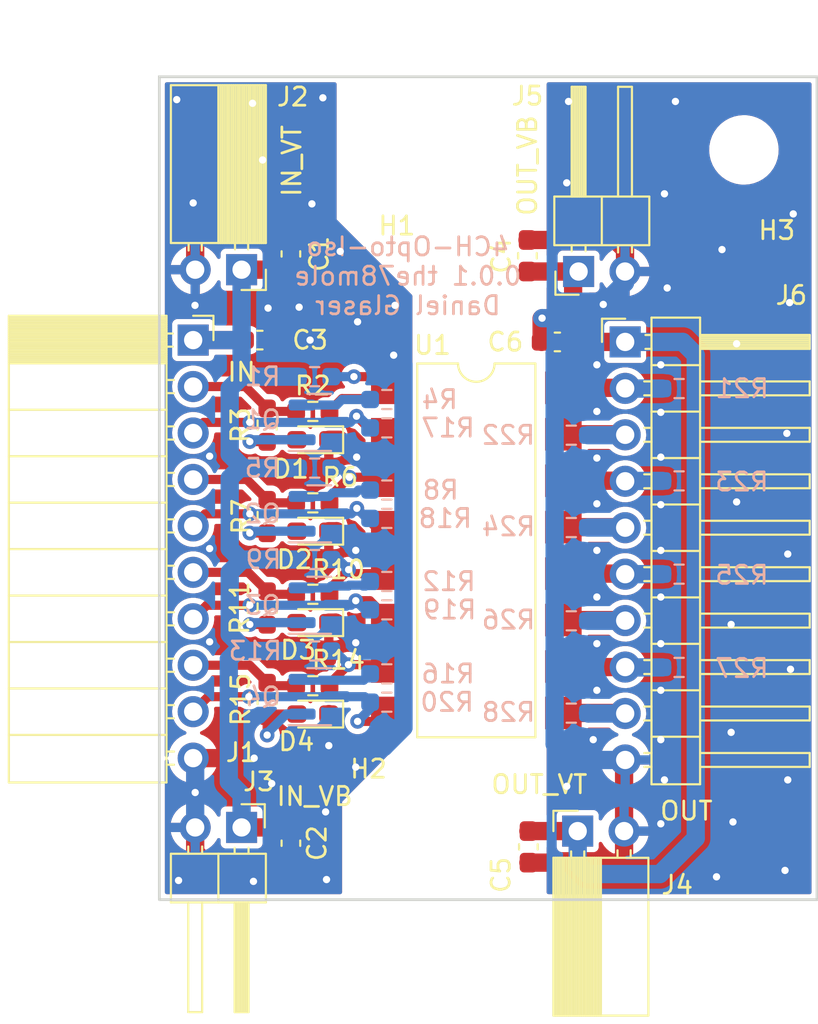
<source format=kicad_pcb>
(kicad_pcb (version 20241229) (generator "pcbnew") (generator_version "9.0")
  (title_block (title "4CH-Opto-Iso") (date "2023-09-26") (rev "0.0.1") (company "the78mole") (comment 1 "Daniel Glaser") (comment 4 "AISLER Project ID: MLWPQOOB"))
  (layers (0 "F.Cu" signal) (2 "B.Cu" signal) (13 "F.Paste" user) (15 "B.Paste" user) (5 "F.SilkS" user "F.Silkscreen") (7 "B.SilkS" user "B.Silkscreen") (1 "F.Mask" user) (3 "B.Mask" user) (25 "Edge.Cuts" user))
  (net 0 "")
  (net 1 "+VSW")
  (net 2 "GND1")
  (net 3 "+VDC")
  (net 4 "GND")
  (net 5 "Net-(D1-Pad2)")
  (net 6 "Net-(D2-Pad2)")
  (net 7 "Net-(D3-Pad2)")
  (net 8 "Net-(D4-Pad2)")
  (net 9 "Net-(J1-Pad2)")
  (net 10 "Net-(J1-Pad3)")
  (net 11 "Net-(J1-Pad4)")
  (net 12 "Net-(J1-Pad5)")
  (net 13 "Net-(J1-Pad6)")
  (net 14 "Net-(J1-Pad7)")
  (net 15 "Net-(J1-Pad8)")
  (net 16 "Net-(J1-Pad9)")
  (net 17 "Net-(J6-Pad2)")
  (net 18 "Net-(J6-Pad3)")
  (net 19 "Net-(J6-Pad4)")
  (net 20 "Net-(J6-Pad5)")
  (net 21 "Net-(J6-Pad6)")
  (net 22 "Net-(J6-Pad7)")
  (net 23 "Net-(J6-Pad8)")
  (net 24 "Net-(J6-Pad9)")
  (net 25 "Net-(Q1-Pad2)")
  (net 26 "Net-(Q2-Pad2)")
  (net 27 "Net-(Q3-Pad2)")
  (net 28 "Net-(Q4-Pad2)")
  (net 29 "Net-(R1-Pad2)")
  (net 30 "Net-(R5-Pad2)")
  (net 31 "Net-(R10-Pad2)")
  (net 32 "Net-(R13-Pad2)")
  (footprint "Capacitor_SMD:C_0603_1608Metric_Pad1.08x0.95mm_HandSolder" (layer "F.Cu") (at 121.7875 64.5 180)
    (property "Reference" "C6")
    (property "Value" "100n")
  )
  (footprint "MountingHole:MountingHole_3.2mm_M3_DIN965" (layer "F.Cu") (at 132 54)
    (property "Reference" "H3")
    (property "Value" "MountingHole")
  )
  (footprint "LED_SMD:LED_0603_1608Metric_Pad1.05x0.95mm_HandSolder" (layer "F.Cu") (at 108.4 84.85 180)
    (property "Reference" "D4")
    (property "Value" "RED")
  )
  (footprint "Connector_PinHeader_2.54mm:PinHeader_1x02_P2.54mm_Horizontal" (layer "F.Cu") (at 122.95 60.65 90)
    (property "Reference" "J5")
    (property "Value" "OUT_VB")
  )
  (footprint "MountingHole:MountingHole_3.2mm_M3_DIN965" (layer "F.Cu") (at 115 91)
    (property "Reference" "H2")
    (property "Value" "MountingHole")
  )
  (footprint "Package_DIP:SMDIP-16_W9.53mm" (layer "F.Cu") (at 117.35 75.9)
    (property "Reference" "U1")
    (property "Value" "LTV-847S")
  )
  (footprint "Connector_PinHeader_2.54mm:PinHeader_1x10_P2.54mm_Horizontal" (layer "F.Cu") (at 125.5 64.5)
    (property "Reference" "J6")
    (property "Value" "OUT")
  )
  (footprint "Resistor_SMD:R_0603_1608Metric_Pad0.98x0.95mm_HandSolder" (layer "F.Cu") (at 105.9 84.05 -90)
    (property "Reference" "R15")
    (property "Value" "10K")
  )
  (footprint "LED_SMD:LED_0603_1608Metric_Pad1.05x0.95mm_HandSolder" (layer "F.Cu") (at 108.4 69.85 180)
    (property "Reference" "D1")
    (property "Value" "RED")
  )
  (footprint "MountingHole:MountingHole_3.2mm_M3_DIN965" (layer "F.Cu") (at 115 54)
    (property "Reference" "H1")
    (property "Value" "MountingHole")
  )
  (footprint "LED_SMD:LED_0603_1608Metric_Pad1.05x0.95mm_HandSolder" (layer "F.Cu") (at 108.4 74.85 180)
    (property "Reference" "D2")
    (property "Value" "RED")
  )
  (footprint "LED_SMD:LED_0603_1608Metric_Pad1.05x0.95mm_HandSolder" (layer "F.Cu") (at 108.4 79.85 180)
    (property "Reference" "D3")
    (property "Value" "RED")
  )
  (footprint "Resistor_SMD:R_0603_1608Metric_Pad0.98x0.95mm_HandSolder" (layer "F.Cu") (at 108.4 68.3)
    (property "Reference" "R2")
    (property "Value" "NP")
  )
  (footprint "Connector_PinSocket_2.54mm:PinSocket_1x10_P2.54mm_Horizontal" (layer "F.Cu") (at 101.85 64.4)
    (property "Reference" "J1")
    (property "Value" "IN")
  )
  (footprint "Connector_PinHeader_2.54mm:PinHeader_1x02_P2.54mm_Horizontal" (layer "F.Cu") (at 104.5 91.05 -90)
    (property "Reference" "J3")
    (property "Value" "IN_VB")
  )
  (footprint "Capacitor_SMD:C_0603_1608Metric_Pad1.08x0.95mm_HandSolder" (layer "F.Cu") (at 120.2 92.1125 -90)
    (property "Reference" "C5")
    (property "Value" "100n")
  )
  (footprint "Resistor_SMD:R_0603_1608Metric_Pad0.98x0.95mm_HandSolder" (layer "F.Cu") (at 108.4 73.3)
    (property "Reference" "R6")
    (property "Value" "NP")
  )
  (footprint "Capacitor_SMD:C_0603_1608Metric_Pad1.08x0.95mm_HandSolder" (layer "F.Cu") (at 120.15 59.7875 90)
    (property "Reference" "C4")
    (property "Value" "100n")
  )
  (footprint "Capacitor_SMD:C_0603_1608Metric_Pad1.08x0.95mm_HandSolder" (layer "F.Cu") (at 105.5 64.4)
    (property "Reference" "C3")
    (property "Value" "100n")
  )
  (footprint "Resistor_SMD:R_0603_1608Metric_Pad0.98x0.95mm_HandSolder" (layer "F.Cu") (at 105.9 79.05 -90)
    (property "Reference" "R11")
    (property "Value" "10K")
  )
  (footprint "Resistor_SMD:R_0603_1608Metric_Pad0.98x0.95mm_HandSolder" (layer "F.Cu") (at 108.4 78.3)
    (property "Reference" "R10")
    (property "Value" "NP")
  )
  (footprint "Capacitor_SMD:C_0603_1608Metric_Pad1.08x0.95mm_HandSolder" (layer "F.Cu") (at 107.2 91.9125 -90)
    (property "Reference" "C2")
    (property "Value" "100n")
  )
  (footprint "Connector_PinSocket_2.54mm:PinSocket_1x02_P2.54mm_Horizontal" (layer "F.Cu") (at 104.5 60.55 -90)
    (property "Reference" "J2")
    (property "Value" "IN_VT")
  )
  (footprint "Capacitor_SMD:C_0603_1608Metric_Pad1.08x0.95mm_HandSolder" (layer "F.Cu") (at 107.2 59.6875 90)
    (property "Reference" "C1")
    (property "Value" "100n")
  )
  (footprint "Connector_PinSocket_2.54mm:PinSocket_1x02_P2.54mm_Horizontal" (layer "F.Cu") (at 122.9 91.25 90)
    (property "Reference" "J4")
    (property "Value" "OUT_VT")
  )
  (footprint "Resistor_SMD:R_0603_1608Metric_Pad0.98x0.95mm_HandSolder" (layer "F.Cu") (at 108.4 83.3)
    (property "Reference" "R14")
    (property "Value" "NP")
  )
  (footprint "Resistor_SMD:R_0603_1608Metric_Pad0.98x0.95mm_HandSolder" (layer "F.Cu") (at 105.9 74.05 -90)
    (property "Reference" "R7")
    (property "Value" "10K")
  )
  (footprint "Resistor_SMD:R_0603_1608Metric_Pad0.98x0.95mm_HandSolder" (layer "F.Cu") (at 105.9 69.05 -90)
    (property "Reference" "R3")
    (property "Value" "10K")
  )
  (footprint "Resistor_SMD:R_0603_1608Metric_Pad0.98x0.95mm_HandSolder" (layer "B.Cu") (at 122.55 74.65 180)
    (property "Reference" "R24")
    (property "Value" "10K")
  )
  (footprint "Resistor_SMD:R_0603_1608Metric_Pad0.98x0.95mm_HandSolder" (layer "B.Cu") (at 108.5 76.4)
    (property "Reference" "R9")
    (property "Value" "100")
  )
  (footprint "Resistor_SMD:R_0603_1608Metric_Pad0.98x0.95mm_HandSolder" (layer "B.Cu") (at 112.45 77.6)
    (property "Reference" "R12")
    (property "Value" "100")
  )
  (footprint "Package_TO_SOT_SMD:SOT-23" (layer "B.Cu") (at 108.75 78.9)
    (property "Reference" "Q3")
    (property "Value" "BC847")
  )
  (footprint "Resistor_SMD:R_0603_1608Metric_Pad0.98x0.95mm_HandSolder" (layer "B.Cu") (at 128.45 72.1)
    (property "Reference" "R23")
    (property "Value" "0")
  )
  (footprint "Package_TO_SOT_SMD:SOT-23" (layer "B.Cu") (at 108.75 83.9)
    (property "Reference" "Q4")
    (property "Value" "BC847")
  )
  (footprint "Resistor_SMD:R_0603_1608Metric_Pad0.98x0.95mm_HandSolder" (layer "B.Cu") (at 112.45 74.15 180)
    (property "Reference" "R18")
    (property "Value" "NP")
  )
  (footprint "Resistor_SMD:R_0603_1608Metric_Pad0.98x0.95mm_HandSolder" (layer "B.Cu") (at 108.5 81.4)
    (property "Reference" "R13")
    (property "Value" "100")
  )
  (footprint "Resistor_SMD:R_0603_1608Metric_Pad0.98x0.95mm_HandSolder" (layer "B.Cu") (at 108.5 71.4)
    (property "Reference" "R5")
    (property "Value" "100")
  )
  (footprint "Resistor_SMD:R_0603_1608Metric_Pad0.98x0.95mm_HandSolder" (layer "B.Cu") (at 112.45 67.65)
    (property "Reference" "R4")
    (property "Value" "100")
  )
  (footprint "Resistor_SMD:R_0603_1608Metric_Pad0.98x0.95mm_HandSolder" (layer "B.Cu") (at 122.55 79.75 180)
    (property "Reference" "R26")
    (property "Value" "10K")
  )
  (footprint "Resistor_SMD:R_0603_1608Metric_Pad0.98x0.95mm_HandSolder" (layer "B.Cu") (at 112.45 72.6)
    (property "Reference" "R8")
    (property "Value" "100")
  )
  (footprint "Resistor_SMD:R_0603_1608Metric_Pad0.98x0.95mm_HandSolder" (layer "B.Cu") (at 108.5 66.4)
    (property "Reference" "R1")
    (property "Value" "100")
  )
  (footprint "Package_TO_SOT_SMD:SOT-23" (layer "B.Cu") (at 108.75 73.9)
    (property "Reference" "Q2")
    (property "Value" "BC847")
  )
  (footprint "Resistor_SMD:R_0603_1608Metric_Pad0.98x0.95mm_HandSolder" (layer "B.Cu") (at 112.45 69.2 180)
    (property "Reference" "R17")
    (property "Value" "NP")
  )
  (footprint "Resistor_SMD:R_0603_1608Metric_Pad0.98x0.95mm_HandSolder" (layer "B.Cu") (at 122.55 84.8 180)
    (property "Reference" "R28")
    (property "Value" "10K")
  )
  (footprint "Resistor_SMD:R_0603_1608Metric_Pad0.98x0.95mm_HandSolder" (layer "B.Cu") (at 122.55 69.6 180)
    (property "Reference" "R22")
    (property "Value" "10K")
  )
  (footprint "Resistor_SMD:R_0603_1608Metric_Pad0.98x0.95mm_HandSolder" (layer "B.Cu") (at 128.45 67.05)
    (property "Reference" "R21")
    (property "Value" "0")
  )
  (footprint "Resistor_SMD:R_0603_1608Metric_Pad0.98x0.95mm_HandSolder" (layer "B.Cu") (at 112.45 82.65)
    (property "Reference" "R16")
    (property "Value" "100")
  )
  (footprint "Resistor_SMD:R_0603_1608Metric_Pad0.98x0.95mm_HandSolder" (layer "B.Cu") (at 128.45 82.3)
    (property "Reference" "R27")
    (property "Value" "0")
  )
  (footprint "Package_TO_SOT_SMD:SOT-23" (layer "B.Cu") (at 108.75 68.9)
    (property "Reference" "Q1")
    (property "Value" "BC847")
  )
  (footprint "Resistor_SMD:R_0603_1608Metric_Pad0.98x0.95mm_HandSolder" (layer "B.Cu") (at 112.45 84.2 180)
    (property "Reference" "R20")
    (property "Value" "NP")
  )
  (footprint "Resistor_SMD:R_0603_1608Metric_Pad0.98x0.95mm_HandSolder" (layer "B.Cu") (at 128.45 77.2)
    (property "Reference" "R25")
    (property "Value" "0")
  )
  (footprint "Resistor_SMD:R_0603_1608Metric_Pad0.98x0.95mm_HandSolder" (layer "B.Cu") (at 112.45 79.15 180)
    (property "Reference" "R19")
    (property "Value" "NP")
  )
  (gr_rect (start 100 50) (end 136 95) (stroke (width 0.15)) (fill no) (layer "Edge.Cuts"))
  (gr_text "${TITLE}\n${REVISION} ${COMPANY}\n${COMMENT1}" (at 113.6 60.9 0) (layer "B.SilkS") (effects (font (size 1 1)) (justify mirror)))
  (segment (start 104.6375 64.4) (end 101.85 64.4) (width 1) (layer "F.Cu") (net 1))
  (segment (start 107.2 91.05) (end 104.5 91.05) (width 1) (layer "F.Cu") (net 1))
  (segment (start 107.2 60.55) (end 104.5 60.55) (width 1) (layer "F.Cu") (net 1))
  (segment (start 104.5 91.05) (end 104.5 89.25) (width 1) (layer "B.Cu") (net 1))
  (segment (start 103.850499 77.099501) (end 103.850499 80.500499) (width 1) (layer "B.Cu") (net 1))
  (segment (start 103.850499 71.949501) (end 103.850499 75.800499) (width 1) (layer "B.Cu") (net 1))
  (segment (start 103.800499 81.849501) (end 104.5 81.15) (width 1) (layer "B.Cu") (net 1))
  (segment (start 103.850499 80.500499) (end 104.5 81.15) (width 1) (layer "B.Cu") (net 1))
  (segment (start 104.5 64.4) (end 104.5 60.55) (width 1) (layer "B.Cu") (net 1))
  (segment (start 103.850499 75.800499) (end 104.5 76.45) (width 1) (layer "B.Cu") (net 1))
  (segment (start 107.5875 76.4) (end 104.55 76.4) (width 1) (layer "B.Cu") (net 1))
  (segment (start 104.75 81.4) (end 104.5 81.15) (width 1) (layer "B.Cu") (net 1))
  (segment (start 104.5 66.4) (end 103.850499 67.049501) (width 1) (layer "B.Cu") (net 1))
  (segment (start 107.5875 66.4) (end 104.5 66.4) (width 1) (layer "B.Cu") (net 1))
  (segment (start 107.5875 81.4) (end 104.75 81.4) (width 1) (layer "B.Cu") (net 1))
  (segment (start 103.850499 67.049501) (end 103.850499 70.650499) (width 1) (layer "B.Cu") (net 1))
  (segment (start 104.55 76.4) (end 104.5 76.45) (width 1) (layer "B.Cu") (net 1))
  (segment (start 107.5875 71.4) (end 104.6 71.4) (width 1) (layer "B.Cu") (net 1))
  (segment (start 104.5 71.3) (end 103.850499 71.949501) (width 1) (layer "B.Cu") (net 1))
  (segment (start 103.800499 88.550499) (end 103.800499 81.849501) (width 1) (layer "B.Cu") (net 1))
  (segment (start 104.6 71.4) (end 104.5 71.3) (width 1) (layer "B.Cu") (net 1))
  (segment (start 101.85 64.4) (end 104.5 64.4) (width 1) (layer "B.Cu") (net 1))
  (segment (start 104.5 66.4) (end 104.5 64.4) (width 1) (layer "B.Cu") (net 1))
  (segment (start 104.5 76.45) (end 103.850499 77.099501) (width 1) (layer "B.Cu") (net 1))
  (segment (start 104.5 89.25) (end 103.800499 88.550499) (width 1) (layer "B.Cu") (net 1))
  (segment (start 103.850499 70.650499) (end 104.5 71.3) (width 1) (layer "B.Cu") (net 1))
  (segment (start 108.25 64.4) (end 106.3625 64.4) (width 1) (layer "F.Cu") (net 2))
  (segment (start 109.275 86.575) (end 109.275 84.85) (width 1) (layer "F.Cu") (net 2))
  (segment (start 108.8 59.3) (end 108.8 63.85) (width 1) (layer "F.Cu") (net 2))
  (segment (start 107.2 58.825) (end 108.325 58.825) (width 1) (layer "F.Cu") (net 2))
  (segment (start 109.7 74.85) (end 110.75 75.9) (width 1) (layer "F.Cu") (net 2))
  (segment (start 109.65 79.85) (end 110.75 80.95) (width 1) (layer "F.Cu") (net 2))
  (segment (start 104.75 58.3) (end 105.275 58.825) (width 1) (layer "F.Cu") (net 2))
  (segment (start 107.2 92.775) (end 102.325 92.775) (width 1) (layer "F.Cu") (net 2))
  (segment (start 105.19 87.26) (end 108.59 87.26) (width 1) (layer "F.Cu") (net 2))
  (segment (start 109.275 79.85) (end 109.65 79.85) (width 1) (layer "F.Cu") (net 2))
  (segment (start 108.59 87.26) (end 109.275 86.575) (width 1) (layer "F.Cu") (net 2))
  (segment (start 101.96 60.55) (end 101.96 58.94) (width 1) (layer "F.Cu") (net 2))
  (segment (start 105.275 58.825) (end 107.2 58.825) (width 1) (layer "F.Cu") (net 2))
  (segment (start 101.95 92.4) (end 101.96 92.39) (width 1) (layer "F.Cu") (net 2))
  (segment (start 109.275 69.85) (end 109.85 69.85) (width 1) (layer "F.Cu") (net 2))
  (segment (start 101.96 58.94) (end 102.6 58.3) (width 1) (layer "F.Cu") (net 2))
  (segment (start 101.85 87.26) (end 105.19 87.26) (width 1) (layer "F.Cu") (net 2))
  (segment (start 102.325 92.775) (end 101.95 92.4) (width 1) (layer "F.Cu") (net 2))
  (segment (start 108.8 63.85) (end 108.25 64.4) (width 1) (layer "F.Cu") (net 2))
  (segment (start 101.96 92.39) (end 101.96 91.05) (width 1) (layer "F.Cu") (net 2))
  (segment (start 109.85 69.85) (end 110.8 70.8) (width 1) (layer "F.Cu") (net 2))
  (segment (start 108.325 58.825) (end 108.8 59.3) (width 1) (layer "F.Cu") (net 2))
  (segment (start 109.275 74.85) (end 109.7 74.85) (width 1) (layer "F.Cu") (net 2))
  (segment (start 102.6 58.3) (end 104.75 58.3) (width 1) (layer "F.Cu") (net 2))
  (via (at 101.95 62.5) (size 0.8) (drill 0.4) (layers "F.Cu" "B.Cu") (net 2))
  (via (at 101.96 89.14) (size 0.8) (drill 0.4) (layers "F.Cu" "B.Cu") (net 2))
  (via (at 106.15 88.65) (size 0.8) (drill 0.4) (layers "F.Cu" "B.Cu") (net 2))
  (via (at 110.75 75.9) (size 0.8) (drill 0.4) (layers "F.Cu" "B.Cu") (net 2))
  (via (at 101.85 56.9) (size 0.8) (drill 0.4) (layers "F.Cu" "B.Cu") (net 2))
  (via (at 110.85 63.4) (size 0.8) (drill 0.4) (layers "F.Cu" "B.Cu") (net 2))
  (via (at 112.825 65.225) (size 0.8) (drill 0.4) (layers "F.Cu" "B.Cu") (net 2))
  (via (at 110.75 87.75) (size 0.8) (drill 0.4) (layers "F.Cu" "B.Cu") (net 2))
  (via (at 105.1 51.45) (size 0.8) (drill 0.4) (layers "F.Cu" "B.Cu") (net 2))
  (via (at 109.1 90.2) (size 0.8) (drill 0.4) (layers "F.Cu" "B.Cu") (net 2))
  (via (at 105.19 87.26) (size 0.8) (drill 0.4) (layers "F.Cu" "B.Cu") (net 2))
  (via (at 101.05 93.95) (size 0.8) (drill 0.4) (layers "F.Cu" "B.Cu") (net 2))
  (via (at 105.15 94) (size 0.8) (drill 0.4) (layers "F.Cu" "B.Cu") (net 2))
  (via (at 105.65 54.55) (size 0.8) (drill 0.4) (layers "F.Cu" "B.Cu") (net 2))
  (via (at 102.75 70.75) (size 0.8) (drill 0.4) (layers "F.Cu" "B.Cu") (net 2))
  (via (at 108.95 51.15) (size 0.8) (drill 0.4) (layers "F.Cu" "B.Cu") (net 2))
  (via (at 102.75 80.9) (size 0.8) (drill 0.4) (layers "F.Cu" "B.Cu") (net 2))
  (via (at 110.75 80.95) (size 0.8) (drill 0.4) (layers "F.Cu" "B.Cu") (net 2))
  (via (at 107.65 62.6) (size 0.8) (drill 0.4) (layers "F.Cu" "B.Cu") (net 2))
  (via (at 100.95 51.25) (size 0.8) (drill 0.4) (layers "F.Cu" "B.Cu") (net 2))
  (via (at 109.15 93.9) (size 0.8) (drill 0.4) (layers "F.Cu" "B.Cu") (net 2))
  (via (at 110.8 70.8) (size 0.8) (drill 0.4) (layers "F.Cu" "B.Cu") (net 2))
  (via (at 109.275 86.575) (size 0.8) (drill 0.4) (layers "F.Cu" "B.Cu") (net 2))
  (via (at 108.35 56.95) (size 0.8) (drill 0.4) (layers "F.Cu" "B.Cu") (net 2))
  (via (at 102.75 75.8) (size 0.8) (drill 0.4) (layers "F.Cu" "B.Cu") (net 2))
  (via (at 105.95 62.65) (size 0.8) (drill 0.4) (layers "F.Cu" "B.Cu") (net 2))
  (via (at 108.25 64.4) (size 0.8) (drill 0.4) (layers "F.Cu" "B.Cu") (net 2))
  (via (at 109.9 59.55) (size 0.8) (drill 0.4) (layers "F.Cu" "B.Cu") (net 2))
  (via (at 112.9 62.5) (size 0.8) (drill 0.4) (layers "F.Cu" "B.Cu") (net 2))
  (segment (start 113.15 80.95) (end 113.3625 80.7375) (width 1) (layer "B.Cu") (net 2))
  (segment (start 110.75 80.95) (end 113.15 80.95) (width 1) (layer "B.Cu") (net 2))
  (segment (start 113.3625 74.15) (end 113.3625 72.6) (width 1) (layer "B.Cu") (net 2))
  (segment (start 113.3625 82.65) (end 113.3625 80.7375) (width 1) (layer "B.Cu") (net 2))
  (segment (start 110.7625 75.8875) (end 113.3625 75.8875) (width 1) (layer "B.Cu") (net 2))
  (segment (start 101.96 87.37) (end 101.85 87.26) (width 1) (layer "B.Cu") (net 2))
  (segment (start 101.96 89.14) (end 101.96 87.37) (width 1) (layer "B.Cu") (net 2))
  (segment (start 109.35 86.65) (end 109.275 86.575) (width 1) (layer "B.Cu") (net 2))
  (segment (start 113.3625 71.0125) (end 113.3625 69.2) (width 1) (layer "B.Cu") (net 2))
  (segment (start 113.3625 80.7375) (end 113.3625 79.15) (width 1) (layer "B.Cu") (net 2))
  (segment (start 101.96 91.05) (end 101.96 89.14) (width 1) (layer "B.Cu") (net 2))
  (segment (start 113.3625 84.2) (end 113.3625 85.5875) (width 1) (layer "B.Cu") (net 2))
  (segment (start 113.3625 84.2) (end 113.3625 82.65) (width 1) (layer "B.Cu") (net 2))
  (segment (start 112 64.4) (end 108.25 64.4) (width 1) (layer "B.Cu") (net 2))
  (segment (start 113.3625 67.65) (end 113.3625 65.7625) (width 1) (layer "B.Cu") (net 2))
  (segment (start 113.15 70.8) (end 113.3625 71.0125) (width 1) (layer "B.Cu") (net 2))
  (segment (start 113.3625 72.6) (end 113.3625 71.0125) (width 1) (layer "B.Cu") (net 2))
  (segment (start 110.75 75.9) (end 110.7625 75.8875) (width 1) (layer "B.Cu") (net 2))
  (segment (start 112.825 65.225) (end 112.7 65.1) (width 1) (layer "B.Cu") (net 2))
  (segment (start 112.3 86.65) (end 109.35 86.65) (width 1) (layer "B.Cu") (net 2))
  (segment (start 110.8 70.8) (end 113.15 70.8) (width 1) (layer "B.Cu") (net 2))
  (segment (start 113.3625 75.8875) (end 113.3625 74.15) (width 1) (layer "B.Cu") (net 2))
  (segment (start 113.3625 79.15) (end 113.3625 77.6) (width 1) (layer "B.Cu") (net 2))
  (segment (start 113.3625 65.7625) (end 112.825 65.225) (width 1) (layer "B.Cu") (net 2))
  (segment (start 112.7 65.1) (end 112 64.4) (width 1) (layer "B.Cu") (net 2))
  (segment (start 113.3625 85.5875) (end 112.3 86.65) (width 1) (layer "B.Cu") (net 2))
  (segment (start 113.3625 77.6) (end 113.3625 75.8875) (width 1) (layer "B.Cu") (net 2))
  (segment (start 113.3625 69.2) (end 113.3625 67.65) (width 1) (layer "B.Cu") (net 2))
  (segment (start 125.5 64.5) (end 122.65 64.5) (width 1) (layer "F.Cu") (net 3))
  (segment (start 122.65 60.95) (end 122.95 60.65) (width 1) (layer "F.Cu") (net 3))
  (segment (start 122.65 64.5) (end 122.65 60.95) (width 1) (layer "F.Cu") (net 3))
  (segment (start 120.2 91.25) (end 122.9 91.25) (width 1) (layer "F.Cu") (net 3))
  (segment (start 120.15 60.65) (end 122.95 60.65) (width 1) (layer "F.Cu") (net 3))
  (segment (start 129.3625 91.6375) (end 129.3625 82.3) (width 1) (layer "B.Cu") (net 3))
  (segment (start 123.45 93.6) (end 122.9 93.05) (width 1) (layer "B.Cu") (net 3))
  (segment (start 129.3625 65.2125) (end 129.3625 67.05) (width 1) (layer "B.Cu") (net 3))
  (segment (start 128.65 64.5) (end 129.3625 65.2125) (width 1) (layer "B.Cu") (net 3))
  (segment (start 129.3625 67.05) (end 129.3625 72.1) (width 1) (layer "B.Cu") (net 3))
  (segment (start 129.3625 72.1) (end 129.3625 77.2) (width 1) (layer "B.Cu") (net 3))
  (segment (start 129.3625 77.2) (end 129.3625 82.3) (width 1) (layer "B.Cu") (net 3))
  (segment (start 127.4 93.6) (end 123.45 93.6) (width 1) (layer "B.Cu") (net 3))
  (segment (start 127.4 93.6) (end 129.3625 91.6375) (width 1) (layer "B.Cu") (net 3))
  (segment (start 125.5 64.5) (end 128.65 64.5) (width 1) (layer "B.Cu") (net 3))
  (segment (start 122.9 93.05) (end 122.9 91.25) (width 1) (layer "B.Cu") (net 3))
  (segment (start 125.44 87.42) (end 125.5 87.36) (width 1) (layer "F.Cu") (net 4))
  (segment (start 124.967081 58.925) (end 125.49 59.447919) (width 1) (layer "F.Cu") (net 4))
  (segment (start 125.49 59.447919) (end 125.49 60.65) (width 1) (layer "F.Cu") (net 4))
  (segment (start 125.44 91.25) (end 125.44 89.09) (width 1) (layer "F.Cu") (net 4))
  (segment (start 120.925 63.225) (end 120.95 63.2) (width 1) (layer "F.Cu") (net 4))
  (segment (start 125.125 92.975) (end 125.45 92.65) (width 1) (layer "F.Cu") (net 4))
  (segment (start 125.44 92.64) (end 125.44 91.25) (width 1) (layer "F.Cu") (net 4))
  (segment (start 120.15 58.925) (end 124.967081 58.925) (width 1) (layer "F.Cu") (net 4))
  (segment (start 125.44 89.09) (end 125.44 87.42) (width 1) (layer "F.Cu") (net 4))
  (segment (start 120.2 92.975) (end 125.125 92.975) (width 1) (layer "F.Cu") (net 4))
  (segment (start 125.45 92.65) (end 125.44 92.64) (width 1) (layer "F.Cu") (net 4))
  (segment (start 120.925 64.5) (end 120.925 63.225) (width 1) (layer "F.Cu") (net 4))
  (via (at 131.3 85.85) (size 0.8) (drill 0.4) (layers "F.Cu" "B.Cu") (net 4))
  (via (at 123.95 73.35) (size 0.8) (drill 0.4) (layers "F.Cu" "B.Cu") (net 4))
  (via (at 127.8 61.55) (size 0.8) (drill 0.4) (layers "F.Cu" "B.Cu") (net 4))
  (via (at 120.95 63.2) (size 0.8) (drill 0.4) (layers "F.Cu" "B.Cu") (net 4))
  (via (at 130.8 59.45) (size 0.8) (drill 0.4) (layers "F.Cu" "B.Cu") (net 4))
  (via (at 127.45 86.25) (size 0.8) (drill 0.4) (layers "F.Cu" "B.Cu") (net 4))
  (via (at 127.45 75.9) (size 0.8) (drill 0.4) (layers "F.Cu" "B.Cu") (net 4))
  (via (at 134.4 88.45) (size 0.8) (drill 0.4) (layers "F.Cu" "B.Cu") (net 4))
  (via (at 130.5 93.75) (size 0.8) (drill 0.4) (layers "F.Cu" "B.Cu") (net 4))
  (via (at 134.55 82.4) (size 0.8) (drill 0.4) (layers "F.Cu" "B.Cu") (net 4))
  (via (at 131.4 90.75) (size 0.8) (drill 0.4) (layers "F.Cu" "B.Cu") (net 4))
  (via (at 123.95 68.3) (size 0.8) (drill 0.4) (layers "F.Cu" "B.Cu") (net 4))
  (via (at 127.45 68.35) (size 0.8) (drill 0.4) (layers "F.Cu" "B.Cu") (net 4))
  (via (at 127.45 70.8) (size 0.8) (drill 0.4) (layers "F.Cu" "B.Cu") (net 4))
  (via (at 131.6 64.6) (size 0.8) (drill 0.4) (layers "F.Cu" "B.Cu") (net 4))
  (via (at 127.45 81) (size 0.8) (drill 0.4) (layers "F.Cu" "B.Cu") (net 4))
  (via (at 123.75 86.25) (size 0.8) (drill 0.4) (layers "F.Cu" "B.Cu") (net 4))
  (via (at 123.95 65.75) (size 0.8) (drill 0.4) (layers "F.Cu" "B.Cu") (net 4))
  (via (at 134.25 93.4) (size 0.8) (drill 0.4) (layers "F.Cu" "B.Cu") (net 4))
  (via (at 134.7 57.5) (size 0.8) (drill 0.4) (layers "F.Cu" "B.Cu") (net 4))
  (via (at 127.45 78.45) (size 0.8) (drill 0.4) (layers "F.Cu" "B.Cu") (net 4))
  (via (at 124.3 62.45) (size 0.8) (drill 0.4) (layers "F.Cu" "B.Cu") (net 4))
  (via (at 131.3 79.95) (size 0.8) (drill 0.4) (layers "F.Cu" "B.Cu") (net 4))
  (via (at 123.95 81) (size 0.8) (drill 0.4) (layers "F.Cu" "B.Cu") (net 4))
  (via (at 127.45 73.4) (size 0.8) (drill 0.4) (layers "F.Cu" "B.Cu") (net 4))
  (via (at 127.45 83.55) (size 0.8) (drill 0.4) (layers "F.Cu" "B.Cu") (net 4))
  (via (at 123.95 70.85) (size 0.8) (drill 0.4) (layers "F.Cu" "B.Cu") (net 4))
  (via (at 134.5 62.35) (size 0.8) (drill 0.4) (layers "F.Cu" "B.Cu") (net 4))
  (via (at 122.4 51.35) (size 0.8) (drill 0.4) (layers "F.Cu" "B.Cu") (net 4))
  (via (at 123.95 78.45) (size 0.8) (drill 0.4) (layers "F.Cu" "B.Cu") (net 4))
  (via (at 123.95 83.55) (size 0.8) (drill 0.4) (layers "F.Cu" "B.Cu") (net 4))
  (via (at 122.3 88.8) (size 0.8) (drill 0.4) (layers "F.Cu" "B.Cu") (net 4))
  (via (at 134.35 69.5) (size 0.8) (drill 0.4) (layers "F.Cu" "B.Cu") (net 4))
  (via (at 122.3 55.8) (size 0.8) (drill 0.4) (layers "F.Cu" "B.Cu") (net 4))
  (via (at 127.65 56.4) (size 0.8) (drill 0.4) (layers "F.Cu" "B.Cu") (net 4))
  (via (at 134.4 76.1) (size 0.8) (drill 0.4) (layers "F.Cu" "B.Cu") (net 4))
  (via (at 127.45 90.85) (size 0.8) (drill 0.4) (layers "F.Cu" "B.Cu") (net 4))
  (via (at 123.95 75.9) (size 0.8) (drill 0.4) (layers "F.Cu" "B.Cu") (net 4))
  (via (at 128.25 51.35) (size 0.8) (drill 0.4) (layers "F.Cu" "B.Cu") (net 4))
  (via (at 127.65 88.45) (size 0.8) (drill 0.4) (layers "F.Cu" "B.Cu") (net 4))
  (via (at 127.45 65.75) (size 0.8) (drill 0.4) (layers "F.Cu" "B.Cu") (net 4))
  (via (at 131.6 73.25) (size 0.8) (drill 0.4) (layers "F.Cu" "B.Cu") (net 4))
  (segment (start 121.6375 79.75) (end 121.6375 74.65) (width 1) (layer "B.Cu") (net 4))
  (segment (start 121.6375 69.6) (end 121.6375 65.1125) (width 1) (layer "B.Cu") (net 4))
  (segment (start 123.025 63.725) (end 124.3 62.45) (width 1) (layer "B.Cu") (net 4))
  (segment (start 121.6375 74.65) (end 121.6375 69.6) (width 1) (layer "B.Cu") (net 4))
  (segment (start 125.5 87.36) (end 122.51 87.36) (width 1) (layer "B.Cu") (net 4))
  (segment (start 121.6375 84.8) (end 121.6375 79.75) (width 1) (layer "B.Cu") (net 4))
  (segment (start 121.6375 65.1125) (end 123.025 63.725) (width 1) (layer "B.Cu") (net 4))
  (segment (start 125.49 61.26) (end 125.49 60.65) (width 1) (layer "B.Cu") (net 4))
  (segment (start 121.6375 86.4875) (end 121.6375 84.8) (width 1) (layer "B.Cu") (net 4))
  (segment (start 122.5 63.2) (end 123.025 63.725) (width 1) (layer "B.Cu") (net 4))
  (segment (start 120.95 63.2) (end 122.5 63.2) (width 1) (layer "B.Cu") (net 4))
  (segment (start 122.51 87.36) (end 121.6375 86.4875) (width 1) (layer "B.Cu") (net 4))
  (segment (start 124.3 62.45) (end 125.49 61.26) (width 1) (layer "B.Cu") (net 4))
  (segment (start 105.8875 69.95) (end 105.9 69.9625) (width 0.5) (layer "F.Cu") (net 5))
  (segment (start 106.0125 69.85) (end 105.9 69.9625) (width 0.5) (layer "F.Cu") (net 5))
  (segment (start 107.525 69.85) (end 106.0125 69.85) (width 0.5) (layer "F.Cu") (net 5))
  (segment (start 104.95 69.95) (end 105.8875 69.95) (width 0.5) (layer "F.Cu") (net 5))
  (via (at 104.95 69.95) (size 0.8) (drill 0.4) (layers "F.Cu" "B.Cu") (net 5))
  (segment (start 105.05 69.85) (end 104.95 69.95) (width 0.5) (layer "B.Cu") (net 5))
  (segment (start 107.8125 69.85) (end 105.05 69.85) (width 0.5) (layer "B.Cu") (net 5))
  (segment (start 106.0125 74.85) (end 105.9 74.9625) (width 0.5) (layer "F.Cu") (net 6))
  (segment (start 104.95 74.95) (end 105.8875 74.95) (width 0.5) (layer "F.Cu") (net 6))
  (segment (start 105.8875 74.95) (end 105.9 74.9625) (width 0.5) (layer "F.Cu") (net 6))
  (segment (start 107.525 74.85) (end 106.0125 74.85) (width 0.5) (layer "F.Cu") (net 6))
  (via (at 104.95 74.95) (size 0.8) (drill 0.4) (layers "F.Cu" "B.Cu") (net 6))
  (segment (start 107.8125 74.85) (end 105.05 74.85) (width 0.5) (layer "B.Cu") (net 6))
  (segment (start 105.05 74.85) (end 104.95 74.95) (width 0.5) (layer "B.Cu") (net 6))
  (segment (start 106.0125 79.85) (end 105.9 79.9625) (width 0.5) (layer "F.Cu") (net 7))
  (segment (start 105.8875 79.95) (end 105.9 79.9625) (width 0.5) (layer "F.Cu") (net 7))
  (segment (start 107.525 79.85) (end 106.0125 79.85) (width 0.5) (layer "F.Cu") (net 7))
  (segment (start 104.95 79.95) (end 105.8875 79.95) (width 0.5) (layer "F.Cu") (net 7))
  (via (at 104.95 79.95) (size 0.8) (drill 0.4) (layers "F.Cu" "B.Cu") (net 7))
  (segment (start 107.8125 79.85) (end 105.05 79.85) (width 0.5) (layer "B.Cu") (net 7))
  (segment (start 105.05 79.85) (end 104.95 79.95) (width 0.5) (layer "B.Cu") (net 7))
  (segment (start 107.525 84.85) (end 106.0125 84.85) (width 0.5) (layer "F.Cu") (net 8))
  (segment (start 106.0125 84.85) (end 105.9 84.9625) (width 0.5) (layer "F.Cu") (net 8))
  (segment (start 105.9 86) (end 105.9 84.9625) (width 0.5) (layer "F.Cu") (net 8))
  (via (at 105.9 86) (size 0.8) (drill 0.4) (layers "F.Cu" "B.Cu") (net 8))
  (segment (start 107.8125 84.85) (end 106.95 84.85) (width 0.5) (layer "B.Cu") (net 8))
  (segment (start 106.95 84.85) (end 106.65 85.15) (width 0.5) (layer "B.Cu") (net 8))
  (segment (start 106.65 85.15) (end 105.9 85.9) (width 0.5) (layer "B.Cu") (net 8))
  (segment (start 105.9 85.9) (end 105.9 86) (width 0.5) (layer "B.Cu") (net 8))
  (segment (start 107.4875 68.3) (end 106.0625 68.3) (width 0.5) (layer "F.Cu") (net 9))
  (segment (start 101.85 66.94) (end 104.7025 66.94) (width 0.5) (layer "F.Cu") (net 9))
  (segment (start 106.0625 68.3) (end 105.9 68.1375) (width 0.5) (layer "F.Cu") (net 9))
  (segment (start 104.7025 66.94) (end 105.9 68.1375) (width 0.5) (layer "F.Cu") (net 9))
  (segment (start 112.585 69.55) (end 111.779774 69.55) (width 0.5) (layer "F.Cu") (net 10))
  (segment (start 111.779774 69.55) (end 110.791426 68.561652) (width 0.5) (layer "F.Cu") (net 10))
  (segment (start 104.95 68.9) (end 102.43 68.9) (width 0.5) (layer "F.Cu") (net 10))
  (segment (start 102.43 68.9) (end 101.85 69.48) (width 0.5) (layer "F.Cu") (net 10))
  (via (at 110.791426 68.561652) (size 0.8) (drill 0.4) (layers "F.Cu" "B.Cu") (net 10))
  (via (at 104.95 68.9) (size 0.8) (drill 0.4) (layers "F.Cu" "B.Cu") (net 10))
  (segment (start 110.453078 68.9) (end 110.791426 68.561652) (width 0.5) (layer "B.Cu") (net 10))
  (segment (start 110.899152 68.561652) (end 111.5375 69.2) (width 0.5) (layer "B.Cu") (net 10))
  (segment (start 109.6875 68.9) (end 110.453078 68.9) (width 0.5) (layer "B.Cu") (net 10))
  (segment (start 110.791426 68.561652) (end 110.899152 68.561652) (width 0.5) (layer "B.Cu") (net 10))
  (segment (start 109.6875 68.9) (end 104.95 68.9) (width 0.5) (layer "B.Cu") (net 10))
  (segment (start 101.85 72.02) (end 104.7825 72.02) (width 0.5) (layer "F.Cu") (net 11))
  (segment (start 107.4875 73.3) (end 106.0625 73.3) (width 0.5) (layer "F.Cu") (net 11))
  (segment (start 104.7825 72.02) (end 105.9 73.1375) (width 0.5) (layer "F.Cu") (net 11))
  (segment (start 106.0625 73.3) (end 105.9 73.1375) (width 0.5) (layer "F.Cu") (net 11))
  (segment (start 104.95 73.9) (end 102.51 73.9) (width 0.5) (layer "F.Cu") (net 12))
  (segment (start 111.84364 74.63) (end 110.810609 73.596969) (width 0.5) (layer "F.Cu") (net 12))
  (segment (start 112.585 74.63) (end 111.84364 74.63) (width 0.5) (layer "F.Cu") (net 12))
  (segment (start 102.51 73.9) (end 101.85 74.56) (width 0.5) (layer "F.Cu") (net 12))
  (via (at 104.95 73.9) (size 0.8) (drill 0.4) (layers "F.Cu" "B.Cu") (net 12))
  (via (at 110.810609 73.596969) (size 0.8) (drill 0.4) (layers "F.Cu" "B.Cu") (net 12))
  (segment (start 110.507578 73.9) (end 110.810609 73.596969) (width 0.5) (layer "B.Cu") (net 12))
  (segment (start 111.5375 74.15) (end 111.36364 74.15) (width 0.5) (layer "B.Cu") (net 12))
  (segment (start 109.6875 73.9) (end 104.95 73.9) (width 0.5) (layer "B.Cu") (net 12))
  (segment (start 111.36364 74.15) (end 110.810609 73.596969) (width 0.5) (layer "B.Cu") (net 12))
  (segment (start 109.6875 73.9) (end 110.507578 73.9) (width 0.5) (layer "B.Cu") (net 12))
  (segment (start 106.0625 78.3) (end 105.9 78.1375) (width 0.5) (layer "F.Cu") (net 13))
  (segment (start 101.85 77.1) (end 104.8625 77.1) (width 0.5) (layer "F.Cu") (net 13))
  (segment (start 104.8625 77.1) (end 105.9 78.1375) (width 0.5) (layer "F.Cu") (net 13))
  (segment (start 107.4875 78.3) (end 106.0625 78.3) (width 0.5) (layer "F.Cu") (net 13))
  (segment (start 102.59 78.9) (end 101.85 79.64) (width 0.5) (layer "F.Cu") (net 14))
  (segment (start 104.95 78.9) (end 102.59 78.9) (width 0.5) (layer "F.Cu") (net 14))
  (segment (start 111.525 78.65) (end 112.585 79.71) (width 0.5) (layer "F.Cu") (net 14))
  (segment (start 110.75 78.65) (end 111.525 78.65) (width 0.5) (layer "F.Cu") (net 14))
  (via (at 104.95 78.9) (size 0.8) (drill 0.4) (layers "F.Cu" "B.Cu") (net 14))
  (via (at 110.75 78.65) (size 0.8) (drill 0.4) (layers "F.Cu" "B.Cu") (net 14))
  (segment (start 109.6875 78.9) (end 104.95 78.9) (width 0.5) (layer "B.Cu") (net 14))
  (segment (start 109.6875 78.9) (end 110.5 78.9) (width 0.5) (layer "B.Cu") (net 14))
  (segment (start 111.25 79.15) (end 110.75 78.65) (width 0.5) (layer "B.Cu") (net 14))
  (segment (start 111.5375 79.15) (end 111.25 79.15) (width 0.5) (layer "B.Cu") (net 14))
  (segment (start 110.5 78.9) (end 110.75 78.65) (width 0.5) (layer "B.Cu") (net 14))
  (segment (start 107.4875 83.3) (end 106.0625 83.3) (width 0.5) (layer "F.Cu") (net 15))
  (segment (start 101.85 82.18) (end 104.9425 82.18) (width 0.5) (layer "F.Cu") (net 15))
  (segment (start 106.0625 83.3) (end 105.9 83.1375) (width 0.5) (layer "F.Cu") (net 15))
  (segment (start 104.9425 82.18) (end 105.9 83.1375) (width 0.5) (layer "F.Cu") (net 15))
  (segment (start 110.85 85.25) (end 112.125 85.25) (width 0.5) (layer "F.Cu") (net 16))
  (segment (start 104.9 83.9) (end 102.67 83.9) (width 0.5) (layer "F.Cu") (net 16))
  (segment (start 112.125 85.25) (end 112.585 84.79) (width 0.5) (layer "F.Cu") (net 16))
  (segment (start 102.67 83.9) (end 101.85 84.72) (width 0.5) (layer "F.Cu") (net 16))
  (via (at 110.85 85.25) (size 0.8) (drill 0.4) (layers "F.Cu" "B.Cu") (net 16))
  (via (at 104.9 83.9) (size 0.8) (drill 0.4) (layers "F.Cu" "B.Cu") (net 16))
  (segment (start 111.2375 83.9) (end 111.5375 84.2) (width 0.5) (layer "B.Cu") (net 16))
  (segment (start 111.5375 84.2) (end 111.5375 84.5625) (width 0.5) (layer "B.Cu") (net 16))
  (segment (start 109.6875 83.9) (end 104.9 83.9) (width 0.5) (layer "B.Cu") (net 16))
  (segment (start 109.6875 83.9) (end 111.2375 83.9) (width 0.5) (layer "B.Cu") (net 16))
  (segment (start 111.5375 84.5625) (end 110.85 85.25) (width 0.5) (layer "B.Cu") (net 16))
  (segment (start 122.115 67.01) (end 125.47 67.01) (width 1) (layer "F.Cu") (net 17))
  (segment (start 125.47 67.01) (end 125.5 67.04) (width 1) (layer "F.Cu") (net 17))
  (segment (start 127.5375 67.05) (end 125.51 67.05) (width 1) (layer "B.Cu") (net 17))
  (segment (start 125.51 67.05) (end 125.5 67.04) (width 1) (layer "B.Cu") (net 17))
  (segment (start 122.115 69.55) (end 125.47 69.55) (width 1) (layer "F.Cu") (net 18))
  (segment (start 125.47 69.55) (end 125.5 69.58) (width 1) (layer "F.Cu") (net 18))
  (segment (start 125.48 69.6) (end 125.5 69.58) (width 1) (layer "B.Cu") (net 18))
  (segment (start 123.4625 69.6) (end 125.48 69.6) (width 1) (layer "B.Cu") (net 18))
  (segment (start 122.115 72.09) (end 125.47 72.09) (width 1) (layer "F.Cu") (net 19))
  (segment (start 125.47 72.09) (end 125.5 72.12) (width 1) (layer "F.Cu") (net 19))
  (segment (start 125.52 72.1) (end 125.5 72.12) (width 1) (layer "B.Cu") (net 19))
  (segment (start 127.5375 72.1) (end 125.52 72.1) (width 1) (layer "B.Cu") (net 19))
  (segment (start 125.47 74.63) (end 125.5 74.66) (width 1) (layer "F.Cu") (net 20))
  (segment (start 122.115 74.63) (end 125.47 74.63) (width 1) (layer "F.Cu") (net 20))
  (segment (start 123.4625 74.65) (end 125.49 74.65) (width 1) (layer "B.Cu") (net 20))
  (segment (start 125.49 74.65) (end 125.5 74.66) (width 1) (layer "B.Cu") (net 20))
  (segment (start 122.115 77.17) (end 125.47 77.17) (width 1) (layer "F.Cu") (net 21))
  (segment (start 125.47 77.17) (end 125.5 77.2) (width 1) (layer "F.Cu") (net 21))
  (segment (start 127.5375 77.2) (end 125.5 77.2) (width 1) (layer "B.Cu") (net 21))
  (segment (start 125.47 79.71) (end 125.5 79.74) (width 1) (layer "F.Cu") (net 22))
  (segment (start 122.115 79.71) (end 125.47 79.71) (width 1) (layer "F.Cu") (net 22))
  (segment (start 123.4625 79.75) (end 125.49 79.75) (width 1) (layer "B.Cu") (net 22))
  (segment (start 125.49 79.75) (end 125.5 79.74) (width 1) (layer "B.Cu") (net 22))
  (segment (start 125.5 82.28) (end 122.145 82.28) (width 1) (layer "F.Cu") (net 23))
  (segment (start 122.145 82.28) (end 122.115 82.25) (width 1) (layer "F.Cu") (net 23))
  (segment (start 127.5375 82.3) (end 125.52 82.3) (width 1) (layer "B.Cu") (net 23))
  (segment (start 125.52 82.3) (end 125.5 82.28) (width 1) (layer "B.Cu") (net 23))
  (segment (start 122.115 84.79) (end 125.47 84.79) (width 1) (layer "F.Cu") (net 24))
  (segment (start 125.47 84.79) (end 125.5 84.82) (width 1) (layer "F.Cu") (net 24))
  (segment (start 123.4825 84.82) (end 123.4625 84.8) (width 1) (layer "B.Cu") (net 24))
  (segment (start 125.5 84.82) (end 123.4825 84.82) (width 1) (layer "B.Cu") (net 24))
  (segment (start 109.7 67.95) (end 110 67.65) (width 0.5) (layer "B.Cu") (net 25))
  (segment (start 107.8125 67.95) (end 109.7 67.95) (width 0.5) (layer "B.Cu") (net 25))
  (segment (start 110 67.65) (end 111.5375 67.65) (width 0.5) (layer "B.Cu") (net 25))
  (segment (start 109.3 72.95) (end 109.500499 72.749501) (width 0.5) (layer "B.Cu") (net 26))
  (segment (start 109.500499 72.749501) (end 110.751876 72.749501) (width 0.5) (layer "B.Cu") (net 26))
  (segment (start 110.751876 72.749501) (end 110.901377 72.6) (width 0.5) (layer "B.Cu") (net 26))
  (segment (start 110.901377 72.6) (end 111.5375 72.6) (width 0.5) (layer "B.Cu") (net 26))
  (segment (start 107.8125 72.95) (end 109.3 72.95) (width 0.5) (layer "B.Cu") (net 26))
  (segment (start 111.2875 77.85) (end 111.5375 77.6) (width 0.5) (layer "B.Cu") (net 27))
  (segment (start 110.348623 77.85) (end 110.398124 77.800499) (width 0.5) (layer "B.Cu") (net 27))
  (segment (start 107.8125 77.95) (end 109.3 77.95) (width 0.5) (layer "B.Cu") (net 27))
  (segment (start 110.398124 77.800499) (end 111.101876 77.800499) (width 0.5) (layer "B.Cu") (net 27))
  (segment (start 111.151377 77.85) (end 111.2875 77.85) (width 0.5) (layer "B.Cu") (net 27))
  (segment (start 109.3 77.95) (end 109.4 77.85) (width 0.5) (layer "B.Cu") (net 27))
  (segment (start 109.4 77.85) (end 110.348623 77.85) (width 0.5) (layer "B.Cu") (net 27))
  (segment (start 111.101876 77.800499) (end 111.151377 77.85) (width 0.5) (layer "B.Cu") (net 27))
  (segment (start 107.862001 82.999501) (end 111.187999 82.999501) (width 0.5) (layer "B.Cu") (net 28))
  (segment (start 111.187999 82.999501) (end 111.5375 82.65) (width 0.5) (layer "B.Cu") (net 28))
  (segment (start 107.8125 82.95) (end 107.862001 82.999501) (width 0.5) (layer "B.Cu") (net 28))
  (segment (start 109.3125 68.2875) (end 110 67.6) (width 0.5) (layer "F.Cu") (net 29))
  (segment (start 110.65 66.4) (end 111.975 66.4) (width 0.5) (layer "F.Cu") (net 29))
  (segment (start 110 67.6) (end 111.995 67.6) (width 0.5) (layer "F.Cu") (net 29))
  (segment (start 111.975 66.4) (end 112.585 67.01) (width 0.5) (layer "F.Cu") (net 29))
  (segment (start 111.995 67.6) (end 112.585 67.01) (width 0.5) (layer "F.Cu") (net 29))
  (segment (start 109.3125 68.3) (end 109.3125 68.2875) (width 0.5) (layer "F.Cu") (net 29))
  (via (at 110.65 66.4) (size 0.8) (drill 0.4) (layers "F.Cu" "B.Cu") (net 29))
  (segment (start 109.4125 66.4) (end 110.65 66.4) (width 0.5) (layer "B.Cu") (net 29))
  (segment (start 112.395 71.9) (end 112.585 72.09) (width 0.5) (layer "F.Cu") (net 30))
  (segment (start 109.3125 73.3) (end 109.3125 72.9875) (width 0.5) (layer "F.Cu") (net 30))
  (segment (start 109.3125 72.9875) (end 110.4 71.9) (width 0.5) (layer "F.Cu") (net 30))
  (segment (start 110.4 71.9) (end 112.395 71.9) (width 0.5) (layer "F.Cu") (net 30))
  (via (at 110.4 71.9) (size 0.8) (drill 0.4) (layers "F.Cu" "B.Cu") (net 30))
  (segment (start 109.4125 71.4) (end 109.9 71.4) (width 0.5) (layer "B.Cu") (net 30))
  (segment (start 109.9 71.4) (end 110.4 71.9) (width 0.5) (layer "B.Cu") (net 30))
  (segment (start 110.578287 77.17) (end 110.360135 76.951848) (width 0.5) (layer "F.Cu") (net 31))
  (segment (start 109.3125 77.999483) (end 110.360135 76.951848) (width 0.5) (layer "F.Cu") (net 31))
  (segment (start 109.3125 78.3) (end 109.3125 77.999483) (width 0.5) (layer "F.Cu") (net 31))
  (segment (start 112.585 77.17) (end 110.578287 77.17) (width 0.5) (layer "F.Cu") (net 31))
  (via (at 110.360135 76.951848) (size 0.8) (drill 0.4) (layers "F.Cu" "B.Cu") (net 31))
  (segment (start 109.808287 76.4) (end 110.360135 76.951848) (width 0.5) (layer "B.Cu") (net 31))
  (segment (start 109.4125 76.4) (end 109.808287 76.4) (width 0.5) (layer "B.Cu") (net 31))
  (segment (start 109.3125 83.1875) (end 110.35 82.15) (width 0.5) (layer "F.Cu") (net 32))
  (segment (start 112.485 82.15) (end 112.585 82.25) (width 0.5) (layer "F.Cu") (net 32))
  (segment (start 110.35 82.15) (end 112.485 82.15) (width 0.5) (layer "F.Cu") (net 32))
  (segment (start 109.3125 83.3) (end 109.3125 83.1875) (width 0.5) (layer "F.Cu") (net 32))
  (via (at 110.35 82.15) (size 0.8) (drill 0.4) (layers "F.Cu" "B.Cu") (net 32))
  (segment (start 109.4125 81.4) (end 109.6 81.4) (width 0.5) (layer "B.Cu") (net 32))
  (segment (start 109.6 81.4) (end 110.35 82.15) (width 0.5) (layer "B.Cu") (net 32))
  (zone (net 4) (net_name "GND") (layers "F.Cu" "B.Cu") (name "GNDIN") (connect_pads (clearance 0.3)) (min_thickness 0.2) (fill yes (thermal_gap 0.508) (thermal_bridge_width 0.508))
    (polygon (pts (xy 136 95) (xy 121.2 95) (xy 121.2 50) (xy 136 50)))
  )
  (zone (net 2) (net_name "GND1") (layers "F.Cu" "B.Cu") (name "GNDIN") (connect_pads (clearance 0.3)) (min_thickness 0.2) (fill yes (thermal_gap 0.508) (thermal_bridge_width 0.508))
    (polygon (pts (xy 109.7 57.8) (xy 113.85 61.95) (xy 113.85 85.75) (xy 110 89.65) (xy 110 95) (xy 100 95) (xy 100 50) (xy 109.7 50)))
  )
)
</source>
